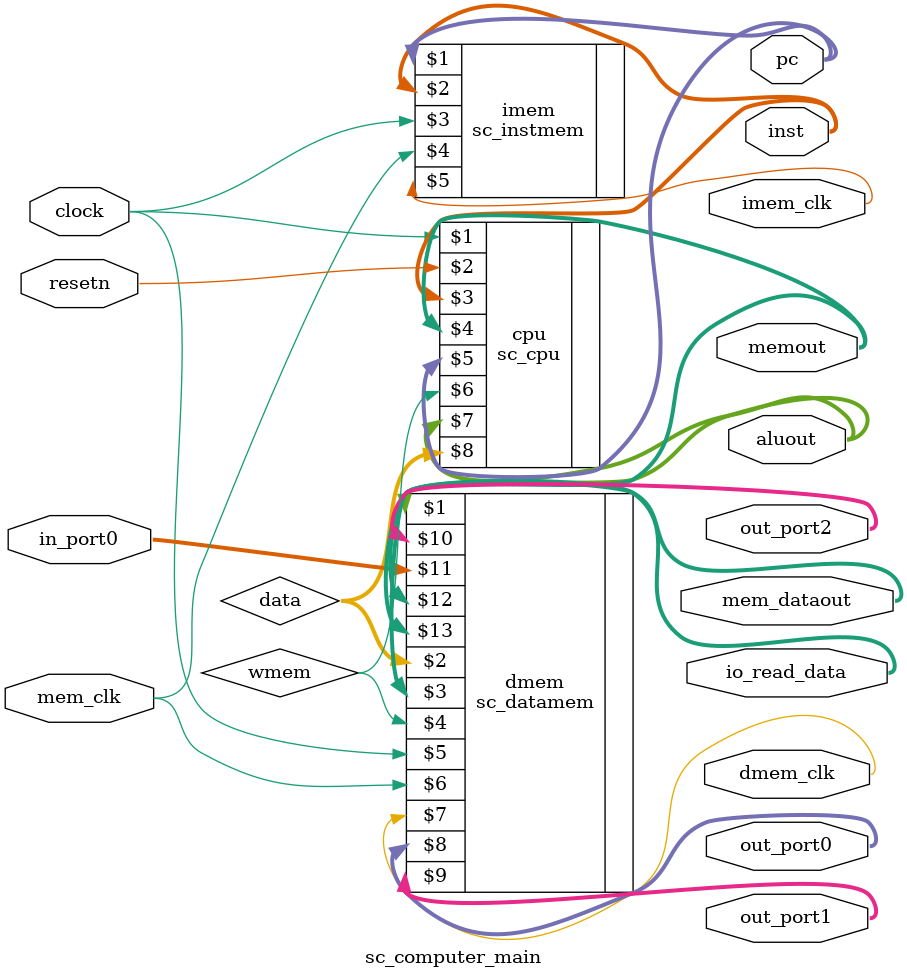
<source format=v>

module sc_computer_main (resetn,clock,mem_clk,pc,inst,aluout,memout,imem_clk,dmem_clk,out_port0,out_port1,out_port2,in_port0,mem_dataout,io_read_data);
   input 		  resetn,clock,mem_clk;
   output [31:0] pc,inst,aluout,memout,mem_dataout,io_read_data;
   output        imem_clk,dmem_clk;
   wire   [31:0] data;
   wire          wmem; // all these "wire"s are used to connect or interface the cpu,dmem,imem and so on.
	
	input  [7:0] in_port0;
	output [31:0] out_port0,out_port1,out_port2;
	
   
   sc_cpu cpu (clock,resetn,inst,memout,pc,wmem,aluout,data);          // CPU module.
   sc_instmem  imem (pc,inst,clock,mem_clk,imem_clk);                  // instruction memory.
   sc_datamem  dmem (aluout,data,memout,wmem,clock,mem_clk,dmem_clk,out_port0,out_port1,out_port2,in_port0,mem_dataout,io_read_data); // data memory.

endmodule

</source>
